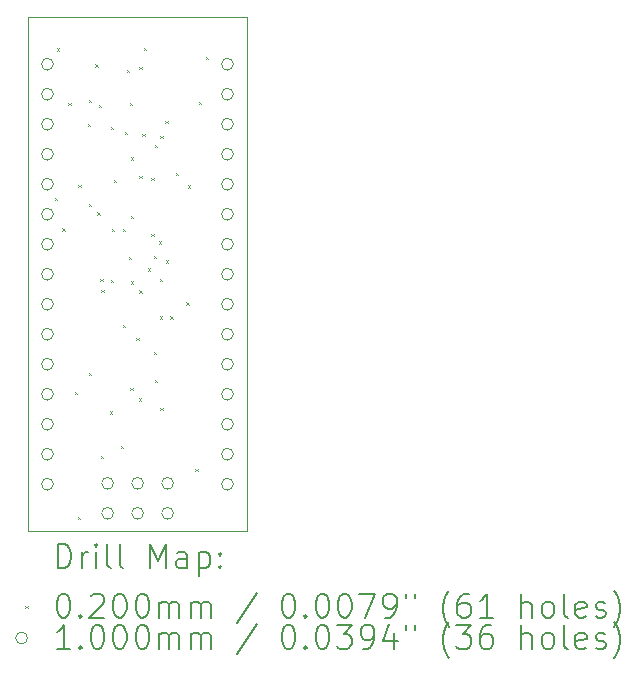
<source format=gbr>
%TF.GenerationSoftware,KiCad,Pcbnew,(6.0.8)*%
%TF.CreationDate,2022-12-17T22:06:41+01:00*%
%TF.ProjectId,Dact,44616374-2e6b-4696-9361-645f70636258,rev?*%
%TF.SameCoordinates,Original*%
%TF.FileFunction,Drillmap*%
%TF.FilePolarity,Positive*%
%FSLAX45Y45*%
G04 Gerber Fmt 4.5, Leading zero omitted, Abs format (unit mm)*
G04 Created by KiCad (PCBNEW (6.0.8)) date 2022-12-17 22:06:41*
%MOMM*%
%LPD*%
G01*
G04 APERTURE LIST*
%ADD10C,0.100000*%
%ADD11C,0.200000*%
%ADD12C,0.020000*%
G04 APERTURE END LIST*
D10*
X14037000Y-5256000D02*
X15887000Y-5256000D01*
X15887000Y-9606000D02*
X14037000Y-9606000D01*
X15887000Y-5256000D02*
X15887000Y-9606000D01*
X14037000Y-9606000D02*
X14037000Y-5256000D01*
D11*
D12*
X14261377Y-6786623D02*
X14281377Y-6806623D01*
X14281377Y-6786623D02*
X14261377Y-6806623D01*
X14277000Y-5521000D02*
X14297000Y-5541000D01*
X14297000Y-5521000D02*
X14277000Y-5541000D01*
X14327000Y-7046000D02*
X14347000Y-7066000D01*
X14347000Y-7046000D02*
X14327000Y-7066000D01*
X14376377Y-5981623D02*
X14396377Y-6001623D01*
X14396377Y-5981623D02*
X14376377Y-6001623D01*
X14432000Y-8431000D02*
X14452000Y-8451000D01*
X14452000Y-8431000D02*
X14432000Y-8451000D01*
X14457000Y-9486000D02*
X14477000Y-9506000D01*
X14477000Y-9486000D02*
X14457000Y-9506000D01*
X14462499Y-6677439D02*
X14482499Y-6697439D01*
X14482499Y-6677439D02*
X14462499Y-6697439D01*
X14543473Y-6163642D02*
X14563473Y-6183642D01*
X14563473Y-6163642D02*
X14543473Y-6183642D01*
X14549500Y-5956000D02*
X14569500Y-5976000D01*
X14569500Y-5956000D02*
X14549500Y-5976000D01*
X14552000Y-6836000D02*
X14572000Y-6856000D01*
X14572000Y-6836000D02*
X14552000Y-6856000D01*
X14552000Y-8271000D02*
X14572000Y-8291000D01*
X14572000Y-8271000D02*
X14552000Y-8291000D01*
X14607000Y-5656000D02*
X14627000Y-5676000D01*
X14627000Y-5656000D02*
X14607000Y-5676000D01*
X14622000Y-6909256D02*
X14642000Y-6929256D01*
X14642000Y-6909256D02*
X14622000Y-6929256D01*
X14637770Y-6000523D02*
X14657770Y-6020523D01*
X14657770Y-6000523D02*
X14637770Y-6020523D01*
X14647000Y-7471000D02*
X14667000Y-7491000D01*
X14667000Y-7471000D02*
X14647000Y-7491000D01*
X14652000Y-8971000D02*
X14672000Y-8991000D01*
X14672000Y-8971000D02*
X14652000Y-8991000D01*
X14656950Y-7566050D02*
X14676950Y-7586050D01*
X14676950Y-7566050D02*
X14656950Y-7586050D01*
X14727000Y-8596000D02*
X14747000Y-8616000D01*
X14747000Y-8596000D02*
X14727000Y-8616000D01*
X14734500Y-7483500D02*
X14754500Y-7503500D01*
X14754500Y-7483500D02*
X14734500Y-7503500D01*
X14737000Y-6186000D02*
X14757000Y-6206000D01*
X14757000Y-6186000D02*
X14737000Y-6206000D01*
X14746820Y-7048680D02*
X14766820Y-7068680D01*
X14766820Y-7048680D02*
X14746820Y-7068680D01*
X14759550Y-6636000D02*
X14779550Y-6656000D01*
X14779550Y-6636000D02*
X14759550Y-6656000D01*
X14822000Y-8886000D02*
X14842000Y-8906000D01*
X14842000Y-8886000D02*
X14822000Y-8906000D01*
X14837050Y-7050677D02*
X14857050Y-7070677D01*
X14857050Y-7050677D02*
X14837050Y-7070677D01*
X14840127Y-7861627D02*
X14860127Y-7881627D01*
X14860127Y-7861627D02*
X14840127Y-7881627D01*
X14854550Y-6230023D02*
X14874550Y-6250023D01*
X14874550Y-6230023D02*
X14854550Y-6250023D01*
X14872927Y-5703450D02*
X14892927Y-5723450D01*
X14892927Y-5703450D02*
X14872927Y-5723450D01*
X14888604Y-7288800D02*
X14908604Y-7308800D01*
X14908604Y-7288800D02*
X14888604Y-7308800D01*
X14895407Y-5981071D02*
X14915407Y-6001071D01*
X14915407Y-5981071D02*
X14895407Y-6001071D01*
X14902000Y-8396000D02*
X14922000Y-8416000D01*
X14922000Y-8396000D02*
X14902000Y-8416000D01*
X14904550Y-6446000D02*
X14924550Y-6466000D01*
X14924550Y-6446000D02*
X14904550Y-6466000D01*
X14907050Y-7493500D02*
X14927050Y-7513500D01*
X14927050Y-7493500D02*
X14907050Y-7513500D01*
X14908122Y-6937440D02*
X14928122Y-6957440D01*
X14928122Y-6937440D02*
X14908122Y-6957440D01*
X14952000Y-7971000D02*
X14972000Y-7991000D01*
X14972000Y-7971000D02*
X14952000Y-7991000D01*
X14972000Y-8486000D02*
X14992000Y-8506000D01*
X14992000Y-8486000D02*
X14972000Y-8506000D01*
X14977000Y-5676000D02*
X14997000Y-5696000D01*
X14997000Y-5676000D02*
X14977000Y-5696000D01*
X14977000Y-6601000D02*
X14997000Y-6621000D01*
X14997000Y-6601000D02*
X14977000Y-6621000D01*
X14977000Y-7571000D02*
X14997000Y-7591000D01*
X14997000Y-7571000D02*
X14977000Y-7591000D01*
X15004500Y-6243450D02*
X15024500Y-6263450D01*
X15024500Y-6243450D02*
X15004500Y-6263450D01*
X15015500Y-5516000D02*
X15035500Y-5536000D01*
X15035500Y-5516000D02*
X15015500Y-5536000D01*
X15052000Y-7386000D02*
X15072000Y-7406000D01*
X15072000Y-7386000D02*
X15052000Y-7406000D01*
X15079450Y-7091623D02*
X15099450Y-7111623D01*
X15099450Y-7091623D02*
X15079450Y-7111623D01*
X15079640Y-6619561D02*
X15099640Y-6639561D01*
X15099640Y-6619561D02*
X15079640Y-6639561D01*
X15102000Y-7276000D02*
X15122000Y-7296000D01*
X15122000Y-7276000D02*
X15102000Y-7296000D01*
X15102000Y-8091200D02*
X15122000Y-8111200D01*
X15122000Y-8091200D02*
X15102000Y-8111200D01*
X15109003Y-8328997D02*
X15129003Y-8348997D01*
X15129003Y-8328997D02*
X15109003Y-8348997D01*
X15112050Y-6337771D02*
X15132050Y-6357771D01*
X15132050Y-6337771D02*
X15112050Y-6357771D01*
X15142000Y-7156000D02*
X15162000Y-7176000D01*
X15162000Y-7156000D02*
X15142000Y-7176000D01*
X15152000Y-7471000D02*
X15172000Y-7491000D01*
X15172000Y-7471000D02*
X15152000Y-7491000D01*
X15152000Y-7791000D02*
X15172000Y-7811000D01*
X15172000Y-7791000D02*
X15152000Y-7811000D01*
X15155213Y-6263553D02*
X15175213Y-6283553D01*
X15175213Y-6263553D02*
X15155213Y-6283553D01*
X15157000Y-8566000D02*
X15177000Y-8586000D01*
X15177000Y-8566000D02*
X15157000Y-8586000D01*
X15197000Y-6136050D02*
X15217000Y-6156050D01*
X15217000Y-6136050D02*
X15197000Y-6156050D01*
X15202000Y-7316000D02*
X15222000Y-7336000D01*
X15222000Y-7316000D02*
X15202000Y-7336000D01*
X15242000Y-7791000D02*
X15262000Y-7811000D01*
X15262000Y-7791000D02*
X15242000Y-7811000D01*
X15287000Y-6573500D02*
X15307000Y-6593500D01*
X15307000Y-6573500D02*
X15287000Y-6593500D01*
X15377000Y-7671000D02*
X15397000Y-7691000D01*
X15397000Y-7671000D02*
X15377000Y-7691000D01*
X15388285Y-6682215D02*
X15408285Y-6702215D01*
X15408285Y-6682215D02*
X15388285Y-6702215D01*
X15452000Y-9081000D02*
X15472000Y-9101000D01*
X15472000Y-9081000D02*
X15452000Y-9101000D01*
X15482000Y-5976000D02*
X15502000Y-5996000D01*
X15502000Y-5976000D02*
X15482000Y-5996000D01*
X15542000Y-5596000D02*
X15562000Y-5616000D01*
X15562000Y-5596000D02*
X15542000Y-5616000D01*
D10*
X14250000Y-5656000D02*
G75*
G03*
X14250000Y-5656000I-50000J0D01*
G01*
X14250000Y-5910000D02*
G75*
G03*
X14250000Y-5910000I-50000J0D01*
G01*
X14250000Y-6164000D02*
G75*
G03*
X14250000Y-6164000I-50000J0D01*
G01*
X14250000Y-6418000D02*
G75*
G03*
X14250000Y-6418000I-50000J0D01*
G01*
X14250000Y-6672000D02*
G75*
G03*
X14250000Y-6672000I-50000J0D01*
G01*
X14250000Y-6926000D02*
G75*
G03*
X14250000Y-6926000I-50000J0D01*
G01*
X14250000Y-7180000D02*
G75*
G03*
X14250000Y-7180000I-50000J0D01*
G01*
X14250000Y-7434000D02*
G75*
G03*
X14250000Y-7434000I-50000J0D01*
G01*
X14250000Y-7688000D02*
G75*
G03*
X14250000Y-7688000I-50000J0D01*
G01*
X14250000Y-7942000D02*
G75*
G03*
X14250000Y-7942000I-50000J0D01*
G01*
X14250000Y-8196000D02*
G75*
G03*
X14250000Y-8196000I-50000J0D01*
G01*
X14250000Y-8450000D02*
G75*
G03*
X14250000Y-8450000I-50000J0D01*
G01*
X14250000Y-8704000D02*
G75*
G03*
X14250000Y-8704000I-50000J0D01*
G01*
X14250000Y-8958000D02*
G75*
G03*
X14250000Y-8958000I-50000J0D01*
G01*
X14250000Y-9212000D02*
G75*
G03*
X14250000Y-9212000I-50000J0D01*
G01*
X14759500Y-9204500D02*
G75*
G03*
X14759500Y-9204500I-50000J0D01*
G01*
X14759500Y-9458500D02*
G75*
G03*
X14759500Y-9458500I-50000J0D01*
G01*
X15013500Y-9204500D02*
G75*
G03*
X15013500Y-9204500I-50000J0D01*
G01*
X15013500Y-9458500D02*
G75*
G03*
X15013500Y-9458500I-50000J0D01*
G01*
X15267500Y-9204500D02*
G75*
G03*
X15267500Y-9204500I-50000J0D01*
G01*
X15267500Y-9458500D02*
G75*
G03*
X15267500Y-9458500I-50000J0D01*
G01*
X15774000Y-5656000D02*
G75*
G03*
X15774000Y-5656000I-50000J0D01*
G01*
X15774000Y-5910000D02*
G75*
G03*
X15774000Y-5910000I-50000J0D01*
G01*
X15774000Y-6164000D02*
G75*
G03*
X15774000Y-6164000I-50000J0D01*
G01*
X15774000Y-6418000D02*
G75*
G03*
X15774000Y-6418000I-50000J0D01*
G01*
X15774000Y-6672000D02*
G75*
G03*
X15774000Y-6672000I-50000J0D01*
G01*
X15774000Y-6926000D02*
G75*
G03*
X15774000Y-6926000I-50000J0D01*
G01*
X15774000Y-7180000D02*
G75*
G03*
X15774000Y-7180000I-50000J0D01*
G01*
X15774000Y-7434000D02*
G75*
G03*
X15774000Y-7434000I-50000J0D01*
G01*
X15774000Y-7688000D02*
G75*
G03*
X15774000Y-7688000I-50000J0D01*
G01*
X15774000Y-7942000D02*
G75*
G03*
X15774000Y-7942000I-50000J0D01*
G01*
X15774000Y-8196000D02*
G75*
G03*
X15774000Y-8196000I-50000J0D01*
G01*
X15774000Y-8450000D02*
G75*
G03*
X15774000Y-8450000I-50000J0D01*
G01*
X15774000Y-8704000D02*
G75*
G03*
X15774000Y-8704000I-50000J0D01*
G01*
X15774000Y-8958000D02*
G75*
G03*
X15774000Y-8958000I-50000J0D01*
G01*
X15774000Y-9212000D02*
G75*
G03*
X15774000Y-9212000I-50000J0D01*
G01*
D11*
X14289619Y-9921476D02*
X14289619Y-9721476D01*
X14337238Y-9721476D01*
X14365809Y-9731000D01*
X14384857Y-9750048D01*
X14394381Y-9769095D01*
X14403905Y-9807190D01*
X14403905Y-9835762D01*
X14394381Y-9873857D01*
X14384857Y-9892905D01*
X14365809Y-9911952D01*
X14337238Y-9921476D01*
X14289619Y-9921476D01*
X14489619Y-9921476D02*
X14489619Y-9788143D01*
X14489619Y-9826238D02*
X14499143Y-9807190D01*
X14508667Y-9797667D01*
X14527714Y-9788143D01*
X14546762Y-9788143D01*
X14613428Y-9921476D02*
X14613428Y-9788143D01*
X14613428Y-9721476D02*
X14603905Y-9731000D01*
X14613428Y-9740524D01*
X14622952Y-9731000D01*
X14613428Y-9721476D01*
X14613428Y-9740524D01*
X14737238Y-9921476D02*
X14718190Y-9911952D01*
X14708667Y-9892905D01*
X14708667Y-9721476D01*
X14842000Y-9921476D02*
X14822952Y-9911952D01*
X14813428Y-9892905D01*
X14813428Y-9721476D01*
X15070571Y-9921476D02*
X15070571Y-9721476D01*
X15137238Y-9864333D01*
X15203905Y-9721476D01*
X15203905Y-9921476D01*
X15384857Y-9921476D02*
X15384857Y-9816714D01*
X15375333Y-9797667D01*
X15356286Y-9788143D01*
X15318190Y-9788143D01*
X15299143Y-9797667D01*
X15384857Y-9911952D02*
X15365809Y-9921476D01*
X15318190Y-9921476D01*
X15299143Y-9911952D01*
X15289619Y-9892905D01*
X15289619Y-9873857D01*
X15299143Y-9854810D01*
X15318190Y-9845286D01*
X15365809Y-9845286D01*
X15384857Y-9835762D01*
X15480095Y-9788143D02*
X15480095Y-9988143D01*
X15480095Y-9797667D02*
X15499143Y-9788143D01*
X15537238Y-9788143D01*
X15556286Y-9797667D01*
X15565809Y-9807190D01*
X15575333Y-9826238D01*
X15575333Y-9883381D01*
X15565809Y-9902429D01*
X15556286Y-9911952D01*
X15537238Y-9921476D01*
X15499143Y-9921476D01*
X15480095Y-9911952D01*
X15661048Y-9902429D02*
X15670571Y-9911952D01*
X15661048Y-9921476D01*
X15651524Y-9911952D01*
X15661048Y-9902429D01*
X15661048Y-9921476D01*
X15661048Y-9797667D02*
X15670571Y-9807190D01*
X15661048Y-9816714D01*
X15651524Y-9807190D01*
X15661048Y-9797667D01*
X15661048Y-9816714D01*
D12*
X14012000Y-10241000D02*
X14032000Y-10261000D01*
X14032000Y-10241000D02*
X14012000Y-10261000D01*
D11*
X14327714Y-10141476D02*
X14346762Y-10141476D01*
X14365809Y-10151000D01*
X14375333Y-10160524D01*
X14384857Y-10179571D01*
X14394381Y-10217667D01*
X14394381Y-10265286D01*
X14384857Y-10303381D01*
X14375333Y-10322429D01*
X14365809Y-10331952D01*
X14346762Y-10341476D01*
X14327714Y-10341476D01*
X14308667Y-10331952D01*
X14299143Y-10322429D01*
X14289619Y-10303381D01*
X14280095Y-10265286D01*
X14280095Y-10217667D01*
X14289619Y-10179571D01*
X14299143Y-10160524D01*
X14308667Y-10151000D01*
X14327714Y-10141476D01*
X14480095Y-10322429D02*
X14489619Y-10331952D01*
X14480095Y-10341476D01*
X14470571Y-10331952D01*
X14480095Y-10322429D01*
X14480095Y-10341476D01*
X14565809Y-10160524D02*
X14575333Y-10151000D01*
X14594381Y-10141476D01*
X14642000Y-10141476D01*
X14661048Y-10151000D01*
X14670571Y-10160524D01*
X14680095Y-10179571D01*
X14680095Y-10198619D01*
X14670571Y-10227190D01*
X14556286Y-10341476D01*
X14680095Y-10341476D01*
X14803905Y-10141476D02*
X14822952Y-10141476D01*
X14842000Y-10151000D01*
X14851524Y-10160524D01*
X14861048Y-10179571D01*
X14870571Y-10217667D01*
X14870571Y-10265286D01*
X14861048Y-10303381D01*
X14851524Y-10322429D01*
X14842000Y-10331952D01*
X14822952Y-10341476D01*
X14803905Y-10341476D01*
X14784857Y-10331952D01*
X14775333Y-10322429D01*
X14765809Y-10303381D01*
X14756286Y-10265286D01*
X14756286Y-10217667D01*
X14765809Y-10179571D01*
X14775333Y-10160524D01*
X14784857Y-10151000D01*
X14803905Y-10141476D01*
X14994381Y-10141476D02*
X15013428Y-10141476D01*
X15032476Y-10151000D01*
X15042000Y-10160524D01*
X15051524Y-10179571D01*
X15061048Y-10217667D01*
X15061048Y-10265286D01*
X15051524Y-10303381D01*
X15042000Y-10322429D01*
X15032476Y-10331952D01*
X15013428Y-10341476D01*
X14994381Y-10341476D01*
X14975333Y-10331952D01*
X14965809Y-10322429D01*
X14956286Y-10303381D01*
X14946762Y-10265286D01*
X14946762Y-10217667D01*
X14956286Y-10179571D01*
X14965809Y-10160524D01*
X14975333Y-10151000D01*
X14994381Y-10141476D01*
X15146762Y-10341476D02*
X15146762Y-10208143D01*
X15146762Y-10227190D02*
X15156286Y-10217667D01*
X15175333Y-10208143D01*
X15203905Y-10208143D01*
X15222952Y-10217667D01*
X15232476Y-10236714D01*
X15232476Y-10341476D01*
X15232476Y-10236714D02*
X15242000Y-10217667D01*
X15261048Y-10208143D01*
X15289619Y-10208143D01*
X15308667Y-10217667D01*
X15318190Y-10236714D01*
X15318190Y-10341476D01*
X15413428Y-10341476D02*
X15413428Y-10208143D01*
X15413428Y-10227190D02*
X15422952Y-10217667D01*
X15442000Y-10208143D01*
X15470571Y-10208143D01*
X15489619Y-10217667D01*
X15499143Y-10236714D01*
X15499143Y-10341476D01*
X15499143Y-10236714D02*
X15508667Y-10217667D01*
X15527714Y-10208143D01*
X15556286Y-10208143D01*
X15575333Y-10217667D01*
X15584857Y-10236714D01*
X15584857Y-10341476D01*
X15975333Y-10131952D02*
X15803905Y-10389095D01*
X16232476Y-10141476D02*
X16251524Y-10141476D01*
X16270571Y-10151000D01*
X16280095Y-10160524D01*
X16289619Y-10179571D01*
X16299143Y-10217667D01*
X16299143Y-10265286D01*
X16289619Y-10303381D01*
X16280095Y-10322429D01*
X16270571Y-10331952D01*
X16251524Y-10341476D01*
X16232476Y-10341476D01*
X16213428Y-10331952D01*
X16203905Y-10322429D01*
X16194381Y-10303381D01*
X16184857Y-10265286D01*
X16184857Y-10217667D01*
X16194381Y-10179571D01*
X16203905Y-10160524D01*
X16213428Y-10151000D01*
X16232476Y-10141476D01*
X16384857Y-10322429D02*
X16394381Y-10331952D01*
X16384857Y-10341476D01*
X16375333Y-10331952D01*
X16384857Y-10322429D01*
X16384857Y-10341476D01*
X16518190Y-10141476D02*
X16537238Y-10141476D01*
X16556286Y-10151000D01*
X16565809Y-10160524D01*
X16575333Y-10179571D01*
X16584857Y-10217667D01*
X16584857Y-10265286D01*
X16575333Y-10303381D01*
X16565809Y-10322429D01*
X16556286Y-10331952D01*
X16537238Y-10341476D01*
X16518190Y-10341476D01*
X16499143Y-10331952D01*
X16489619Y-10322429D01*
X16480095Y-10303381D01*
X16470571Y-10265286D01*
X16470571Y-10217667D01*
X16480095Y-10179571D01*
X16489619Y-10160524D01*
X16499143Y-10151000D01*
X16518190Y-10141476D01*
X16708667Y-10141476D02*
X16727714Y-10141476D01*
X16746762Y-10151000D01*
X16756286Y-10160524D01*
X16765809Y-10179571D01*
X16775333Y-10217667D01*
X16775333Y-10265286D01*
X16765809Y-10303381D01*
X16756286Y-10322429D01*
X16746762Y-10331952D01*
X16727714Y-10341476D01*
X16708667Y-10341476D01*
X16689619Y-10331952D01*
X16680095Y-10322429D01*
X16670571Y-10303381D01*
X16661048Y-10265286D01*
X16661048Y-10217667D01*
X16670571Y-10179571D01*
X16680095Y-10160524D01*
X16689619Y-10151000D01*
X16708667Y-10141476D01*
X16842000Y-10141476D02*
X16975333Y-10141476D01*
X16889619Y-10341476D01*
X17061048Y-10341476D02*
X17099143Y-10341476D01*
X17118190Y-10331952D01*
X17127714Y-10322429D01*
X17146762Y-10293857D01*
X17156286Y-10255762D01*
X17156286Y-10179571D01*
X17146762Y-10160524D01*
X17137238Y-10151000D01*
X17118190Y-10141476D01*
X17080095Y-10141476D01*
X17061048Y-10151000D01*
X17051524Y-10160524D01*
X17042000Y-10179571D01*
X17042000Y-10227190D01*
X17051524Y-10246238D01*
X17061048Y-10255762D01*
X17080095Y-10265286D01*
X17118190Y-10265286D01*
X17137238Y-10255762D01*
X17146762Y-10246238D01*
X17156286Y-10227190D01*
X17232476Y-10141476D02*
X17232476Y-10179571D01*
X17308667Y-10141476D02*
X17308667Y-10179571D01*
X17603905Y-10417667D02*
X17594381Y-10408143D01*
X17575333Y-10379571D01*
X17565810Y-10360524D01*
X17556286Y-10331952D01*
X17546762Y-10284333D01*
X17546762Y-10246238D01*
X17556286Y-10198619D01*
X17565810Y-10170048D01*
X17575333Y-10151000D01*
X17594381Y-10122429D01*
X17603905Y-10112905D01*
X17765810Y-10141476D02*
X17727714Y-10141476D01*
X17708667Y-10151000D01*
X17699143Y-10160524D01*
X17680095Y-10189095D01*
X17670571Y-10227190D01*
X17670571Y-10303381D01*
X17680095Y-10322429D01*
X17689619Y-10331952D01*
X17708667Y-10341476D01*
X17746762Y-10341476D01*
X17765810Y-10331952D01*
X17775333Y-10322429D01*
X17784857Y-10303381D01*
X17784857Y-10255762D01*
X17775333Y-10236714D01*
X17765810Y-10227190D01*
X17746762Y-10217667D01*
X17708667Y-10217667D01*
X17689619Y-10227190D01*
X17680095Y-10236714D01*
X17670571Y-10255762D01*
X17975333Y-10341476D02*
X17861048Y-10341476D01*
X17918190Y-10341476D02*
X17918190Y-10141476D01*
X17899143Y-10170048D01*
X17880095Y-10189095D01*
X17861048Y-10198619D01*
X18213429Y-10341476D02*
X18213429Y-10141476D01*
X18299143Y-10341476D02*
X18299143Y-10236714D01*
X18289619Y-10217667D01*
X18270571Y-10208143D01*
X18242000Y-10208143D01*
X18222952Y-10217667D01*
X18213429Y-10227190D01*
X18422952Y-10341476D02*
X18403905Y-10331952D01*
X18394381Y-10322429D01*
X18384857Y-10303381D01*
X18384857Y-10246238D01*
X18394381Y-10227190D01*
X18403905Y-10217667D01*
X18422952Y-10208143D01*
X18451524Y-10208143D01*
X18470571Y-10217667D01*
X18480095Y-10227190D01*
X18489619Y-10246238D01*
X18489619Y-10303381D01*
X18480095Y-10322429D01*
X18470571Y-10331952D01*
X18451524Y-10341476D01*
X18422952Y-10341476D01*
X18603905Y-10341476D02*
X18584857Y-10331952D01*
X18575333Y-10312905D01*
X18575333Y-10141476D01*
X18756286Y-10331952D02*
X18737238Y-10341476D01*
X18699143Y-10341476D01*
X18680095Y-10331952D01*
X18670571Y-10312905D01*
X18670571Y-10236714D01*
X18680095Y-10217667D01*
X18699143Y-10208143D01*
X18737238Y-10208143D01*
X18756286Y-10217667D01*
X18765810Y-10236714D01*
X18765810Y-10255762D01*
X18670571Y-10274810D01*
X18842000Y-10331952D02*
X18861048Y-10341476D01*
X18899143Y-10341476D01*
X18918190Y-10331952D01*
X18927714Y-10312905D01*
X18927714Y-10303381D01*
X18918190Y-10284333D01*
X18899143Y-10274810D01*
X18870571Y-10274810D01*
X18851524Y-10265286D01*
X18842000Y-10246238D01*
X18842000Y-10236714D01*
X18851524Y-10217667D01*
X18870571Y-10208143D01*
X18899143Y-10208143D01*
X18918190Y-10217667D01*
X18994381Y-10417667D02*
X19003905Y-10408143D01*
X19022952Y-10379571D01*
X19032476Y-10360524D01*
X19042000Y-10331952D01*
X19051524Y-10284333D01*
X19051524Y-10246238D01*
X19042000Y-10198619D01*
X19032476Y-10170048D01*
X19022952Y-10151000D01*
X19003905Y-10122429D01*
X18994381Y-10112905D01*
D10*
X14032000Y-10515000D02*
G75*
G03*
X14032000Y-10515000I-50000J0D01*
G01*
D11*
X14394381Y-10605476D02*
X14280095Y-10605476D01*
X14337238Y-10605476D02*
X14337238Y-10405476D01*
X14318190Y-10434048D01*
X14299143Y-10453095D01*
X14280095Y-10462619D01*
X14480095Y-10586429D02*
X14489619Y-10595952D01*
X14480095Y-10605476D01*
X14470571Y-10595952D01*
X14480095Y-10586429D01*
X14480095Y-10605476D01*
X14613428Y-10405476D02*
X14632476Y-10405476D01*
X14651524Y-10415000D01*
X14661048Y-10424524D01*
X14670571Y-10443571D01*
X14680095Y-10481667D01*
X14680095Y-10529286D01*
X14670571Y-10567381D01*
X14661048Y-10586429D01*
X14651524Y-10595952D01*
X14632476Y-10605476D01*
X14613428Y-10605476D01*
X14594381Y-10595952D01*
X14584857Y-10586429D01*
X14575333Y-10567381D01*
X14565809Y-10529286D01*
X14565809Y-10481667D01*
X14575333Y-10443571D01*
X14584857Y-10424524D01*
X14594381Y-10415000D01*
X14613428Y-10405476D01*
X14803905Y-10405476D02*
X14822952Y-10405476D01*
X14842000Y-10415000D01*
X14851524Y-10424524D01*
X14861048Y-10443571D01*
X14870571Y-10481667D01*
X14870571Y-10529286D01*
X14861048Y-10567381D01*
X14851524Y-10586429D01*
X14842000Y-10595952D01*
X14822952Y-10605476D01*
X14803905Y-10605476D01*
X14784857Y-10595952D01*
X14775333Y-10586429D01*
X14765809Y-10567381D01*
X14756286Y-10529286D01*
X14756286Y-10481667D01*
X14765809Y-10443571D01*
X14775333Y-10424524D01*
X14784857Y-10415000D01*
X14803905Y-10405476D01*
X14994381Y-10405476D02*
X15013428Y-10405476D01*
X15032476Y-10415000D01*
X15042000Y-10424524D01*
X15051524Y-10443571D01*
X15061048Y-10481667D01*
X15061048Y-10529286D01*
X15051524Y-10567381D01*
X15042000Y-10586429D01*
X15032476Y-10595952D01*
X15013428Y-10605476D01*
X14994381Y-10605476D01*
X14975333Y-10595952D01*
X14965809Y-10586429D01*
X14956286Y-10567381D01*
X14946762Y-10529286D01*
X14946762Y-10481667D01*
X14956286Y-10443571D01*
X14965809Y-10424524D01*
X14975333Y-10415000D01*
X14994381Y-10405476D01*
X15146762Y-10605476D02*
X15146762Y-10472143D01*
X15146762Y-10491190D02*
X15156286Y-10481667D01*
X15175333Y-10472143D01*
X15203905Y-10472143D01*
X15222952Y-10481667D01*
X15232476Y-10500714D01*
X15232476Y-10605476D01*
X15232476Y-10500714D02*
X15242000Y-10481667D01*
X15261048Y-10472143D01*
X15289619Y-10472143D01*
X15308667Y-10481667D01*
X15318190Y-10500714D01*
X15318190Y-10605476D01*
X15413428Y-10605476D02*
X15413428Y-10472143D01*
X15413428Y-10491190D02*
X15422952Y-10481667D01*
X15442000Y-10472143D01*
X15470571Y-10472143D01*
X15489619Y-10481667D01*
X15499143Y-10500714D01*
X15499143Y-10605476D01*
X15499143Y-10500714D02*
X15508667Y-10481667D01*
X15527714Y-10472143D01*
X15556286Y-10472143D01*
X15575333Y-10481667D01*
X15584857Y-10500714D01*
X15584857Y-10605476D01*
X15975333Y-10395952D02*
X15803905Y-10653095D01*
X16232476Y-10405476D02*
X16251524Y-10405476D01*
X16270571Y-10415000D01*
X16280095Y-10424524D01*
X16289619Y-10443571D01*
X16299143Y-10481667D01*
X16299143Y-10529286D01*
X16289619Y-10567381D01*
X16280095Y-10586429D01*
X16270571Y-10595952D01*
X16251524Y-10605476D01*
X16232476Y-10605476D01*
X16213428Y-10595952D01*
X16203905Y-10586429D01*
X16194381Y-10567381D01*
X16184857Y-10529286D01*
X16184857Y-10481667D01*
X16194381Y-10443571D01*
X16203905Y-10424524D01*
X16213428Y-10415000D01*
X16232476Y-10405476D01*
X16384857Y-10586429D02*
X16394381Y-10595952D01*
X16384857Y-10605476D01*
X16375333Y-10595952D01*
X16384857Y-10586429D01*
X16384857Y-10605476D01*
X16518190Y-10405476D02*
X16537238Y-10405476D01*
X16556286Y-10415000D01*
X16565809Y-10424524D01*
X16575333Y-10443571D01*
X16584857Y-10481667D01*
X16584857Y-10529286D01*
X16575333Y-10567381D01*
X16565809Y-10586429D01*
X16556286Y-10595952D01*
X16537238Y-10605476D01*
X16518190Y-10605476D01*
X16499143Y-10595952D01*
X16489619Y-10586429D01*
X16480095Y-10567381D01*
X16470571Y-10529286D01*
X16470571Y-10481667D01*
X16480095Y-10443571D01*
X16489619Y-10424524D01*
X16499143Y-10415000D01*
X16518190Y-10405476D01*
X16651524Y-10405476D02*
X16775333Y-10405476D01*
X16708667Y-10481667D01*
X16737238Y-10481667D01*
X16756286Y-10491190D01*
X16765809Y-10500714D01*
X16775333Y-10519762D01*
X16775333Y-10567381D01*
X16765809Y-10586429D01*
X16756286Y-10595952D01*
X16737238Y-10605476D01*
X16680095Y-10605476D01*
X16661048Y-10595952D01*
X16651524Y-10586429D01*
X16870571Y-10605476D02*
X16908667Y-10605476D01*
X16927714Y-10595952D01*
X16937238Y-10586429D01*
X16956286Y-10557857D01*
X16965810Y-10519762D01*
X16965810Y-10443571D01*
X16956286Y-10424524D01*
X16946762Y-10415000D01*
X16927714Y-10405476D01*
X16889619Y-10405476D01*
X16870571Y-10415000D01*
X16861048Y-10424524D01*
X16851524Y-10443571D01*
X16851524Y-10491190D01*
X16861048Y-10510238D01*
X16870571Y-10519762D01*
X16889619Y-10529286D01*
X16927714Y-10529286D01*
X16946762Y-10519762D01*
X16956286Y-10510238D01*
X16965810Y-10491190D01*
X17137238Y-10472143D02*
X17137238Y-10605476D01*
X17089619Y-10395952D02*
X17042000Y-10538810D01*
X17165810Y-10538810D01*
X17232476Y-10405476D02*
X17232476Y-10443571D01*
X17308667Y-10405476D02*
X17308667Y-10443571D01*
X17603905Y-10681667D02*
X17594381Y-10672143D01*
X17575333Y-10643571D01*
X17565810Y-10624524D01*
X17556286Y-10595952D01*
X17546762Y-10548333D01*
X17546762Y-10510238D01*
X17556286Y-10462619D01*
X17565810Y-10434048D01*
X17575333Y-10415000D01*
X17594381Y-10386429D01*
X17603905Y-10376905D01*
X17661048Y-10405476D02*
X17784857Y-10405476D01*
X17718190Y-10481667D01*
X17746762Y-10481667D01*
X17765810Y-10491190D01*
X17775333Y-10500714D01*
X17784857Y-10519762D01*
X17784857Y-10567381D01*
X17775333Y-10586429D01*
X17765810Y-10595952D01*
X17746762Y-10605476D01*
X17689619Y-10605476D01*
X17670571Y-10595952D01*
X17661048Y-10586429D01*
X17956286Y-10405476D02*
X17918190Y-10405476D01*
X17899143Y-10415000D01*
X17889619Y-10424524D01*
X17870571Y-10453095D01*
X17861048Y-10491190D01*
X17861048Y-10567381D01*
X17870571Y-10586429D01*
X17880095Y-10595952D01*
X17899143Y-10605476D01*
X17937238Y-10605476D01*
X17956286Y-10595952D01*
X17965810Y-10586429D01*
X17975333Y-10567381D01*
X17975333Y-10519762D01*
X17965810Y-10500714D01*
X17956286Y-10491190D01*
X17937238Y-10481667D01*
X17899143Y-10481667D01*
X17880095Y-10491190D01*
X17870571Y-10500714D01*
X17861048Y-10519762D01*
X18213429Y-10605476D02*
X18213429Y-10405476D01*
X18299143Y-10605476D02*
X18299143Y-10500714D01*
X18289619Y-10481667D01*
X18270571Y-10472143D01*
X18242000Y-10472143D01*
X18222952Y-10481667D01*
X18213429Y-10491190D01*
X18422952Y-10605476D02*
X18403905Y-10595952D01*
X18394381Y-10586429D01*
X18384857Y-10567381D01*
X18384857Y-10510238D01*
X18394381Y-10491190D01*
X18403905Y-10481667D01*
X18422952Y-10472143D01*
X18451524Y-10472143D01*
X18470571Y-10481667D01*
X18480095Y-10491190D01*
X18489619Y-10510238D01*
X18489619Y-10567381D01*
X18480095Y-10586429D01*
X18470571Y-10595952D01*
X18451524Y-10605476D01*
X18422952Y-10605476D01*
X18603905Y-10605476D02*
X18584857Y-10595952D01*
X18575333Y-10576905D01*
X18575333Y-10405476D01*
X18756286Y-10595952D02*
X18737238Y-10605476D01*
X18699143Y-10605476D01*
X18680095Y-10595952D01*
X18670571Y-10576905D01*
X18670571Y-10500714D01*
X18680095Y-10481667D01*
X18699143Y-10472143D01*
X18737238Y-10472143D01*
X18756286Y-10481667D01*
X18765810Y-10500714D01*
X18765810Y-10519762D01*
X18670571Y-10538810D01*
X18842000Y-10595952D02*
X18861048Y-10605476D01*
X18899143Y-10605476D01*
X18918190Y-10595952D01*
X18927714Y-10576905D01*
X18927714Y-10567381D01*
X18918190Y-10548333D01*
X18899143Y-10538810D01*
X18870571Y-10538810D01*
X18851524Y-10529286D01*
X18842000Y-10510238D01*
X18842000Y-10500714D01*
X18851524Y-10481667D01*
X18870571Y-10472143D01*
X18899143Y-10472143D01*
X18918190Y-10481667D01*
X18994381Y-10681667D02*
X19003905Y-10672143D01*
X19022952Y-10643571D01*
X19032476Y-10624524D01*
X19042000Y-10595952D01*
X19051524Y-10548333D01*
X19051524Y-10510238D01*
X19042000Y-10462619D01*
X19032476Y-10434048D01*
X19022952Y-10415000D01*
X19003905Y-10386429D01*
X18994381Y-10376905D01*
M02*

</source>
